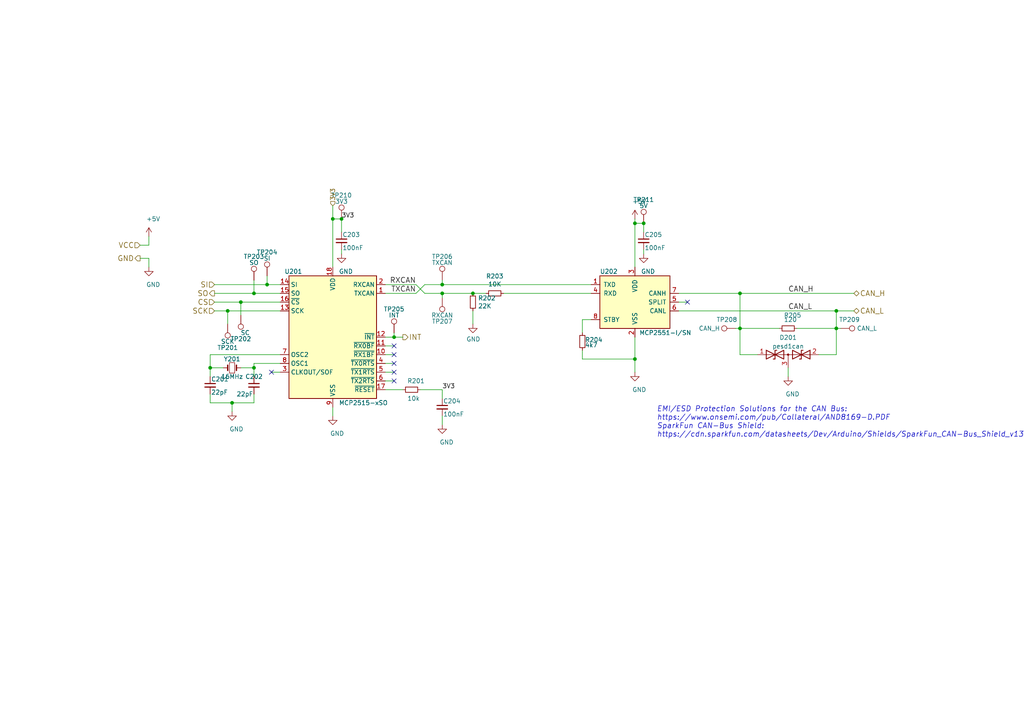
<source format=kicad_sch>
(kicad_sch (version 20211123) (generator eeschema)
  (paper "A4")
  (lib_symbols
    (symbol "Connector:TestPoint" (pin_numbers hide) (pin_names (offset 0.762) hide)
      (property "Reference" "TP" (at 0 6.858 0))
      (property "Value" "TestPoint" (at 0 5.08 0))
      (symbol "TestPoint_0_1"
        (circle (center 0 3.302) (radius 0.762))
      )
      (symbol "TestPoint_1_1"
        (pin passive line (at 0 0 90) (length 2.54) (name "1") (number "1"))
      )
    )
    (symbol "Device:C_Small" (pin_numbers hide) (pin_names (offset 0.254) hide)
      (property "Reference" "C" (at 0.254 1.778 0))
      (property "Value" "C_Small" (at 0.254 -2.032 0))
      (symbol "C_Small_0_1"
        (polyline (pts (xy -1.524 -0.508) (xy 1.524 -0.508)) (stroke (width 0.3302)))
        (polyline (pts (xy -1.524 0.508) (xy 1.524 0.508)) (stroke (width 0.3048)))
      )
      (symbol "C_Small_1_1"
        (pin passive line (at 0 2.54 270) (length 2.032) (name "~") (number "1"))
        (pin passive line (at 0 -2.54 90) (length 2.032) (name "~") (number "2"))
      )
    )
    (symbol "Device:Crystal_Small" (pin_numbers hide) (pin_names (offset 1.016) hide)
      (property "Reference" "Y" (at 0 2.54 0))
      (property "Value" "Crystal_Small" (at 0 -2.54 0))
      (symbol "Crystal_Small_0_1"
        (rectangle (start -0.762 -1.524) (end 0.762 1.524))
        (polyline (pts (xy -1.27 -0.762) (xy -1.27 0.762)) (stroke (width 0.381)))
        (polyline (pts (xy 1.27 -0.762) (xy 1.27 0.762)) (stroke (width 0.381)))
      )
      (symbol "Crystal_Small_1_1"
        (pin passive line (at -2.54 0 0) (length 1.27) (name "1") (number "1"))
        (pin passive line (at 2.54 0 180) (length 1.27) (name "2") (number "2"))
      )
    )
    (symbol "Device:D_TVS_Dual_AAC" (pin_names (offset 1.016) hide)
      (property "Reference" "D" (at 0 4.445 0))
      (property "Value" "D_TVS_Dual_AAC" (at 0 2.54 0))
      (symbol "D_TVS_Dual_AAC_0_0"
        (polyline (pts (xy 0 -1.27) (xy 0 0)))
      )
      (symbol "D_TVS_Dual_AAC_0_1"
        (polyline (pts (xy -6.35 0) (xy 6.35 0)))
        (polyline (pts (xy -3.302 1.27) (xy -3.81 1.27) (xy -3.81 -1.27) (xy -4.318 -1.27)) (stroke (width 0.254)))
        (polyline (pts (xy 4.318 1.27) (xy 3.81 1.27) (xy 3.81 -1.27) (xy 3.302 -1.27)) (stroke (width 0.254)))
        (polyline (pts (xy -6.35 1.27) (xy -1.27 -1.27) (xy -1.27 1.27) (xy -6.35 -1.27) (xy -6.35 1.27)) (stroke (width 0.254)))
        (polyline (pts (xy 6.35 1.27) (xy 1.27 -1.27) (xy 1.27 1.27) (xy 6.35 -1.27) (xy 6.35 1.27)) (stroke (width 0.254)))
        (circle (center 0 0) (radius 0.254) (fill (type outline)))
      )
      (symbol "D_TVS_Dual_AAC_1_1"
        (pin passive line (at -8.89 0 0) (length 2.54) (name "A1") (number "1"))
        (pin passive line (at 8.89 0 180) (length 2.54) (name "A2") (number "2"))
        (pin input line (at 0 -3.81 90) (length 2.54) (name "common") (number "3"))
      )
    )
    (symbol "Device:R_Small" (pin_numbers hide) (pin_names (offset 0.254) hide)
      (property "Reference" "R" (at 0.762 0.508 0))
      (property "Value" "R_Small" (at 0.762 -1.016 0))
      (symbol "R_Small_0_1"
        (rectangle (start -0.762 1.778) (end 0.762 -1.778) (stroke (width 0.2032)))
      )
      (symbol "R_Small_1_1"
        (pin passive line (at 0 2.54 270) (length 0.762) (name "~") (number "1"))
        (pin passive line (at 0 -2.54 90) (length 0.762) (name "~") (number "2"))
      )
    )
    (symbol "Interface_CAN_LIN:MCP2561-E-SN" (pin_names (offset 1.016))
      (property "Reference" "U" (at -10.16 8.89 0))
      (property "Value" "MCP2561-E-SN" (at 2.54 8.89 0))
      (symbol "MCP2561-E-SN_0_1"
        (rectangle (start -10.16 7.62) (end 10.16 -7.62) (stroke (width 0.254)) (fill (type background)))
      )
      (symbol "MCP2561-E-SN_1_1"
        (pin input line (at -12.7 5.08 0) (length 2.54) (name "TXD") (number "1"))
        (pin power_in line (at 0 -10.16 90) (length 2.54) (name "VSS") (number "2"))
        (pin power_in line (at 0 10.16 270) (length 2.54) (name "VDD") (number "3"))
        (pin output line (at -12.7 2.54 0) (length 2.54) (name "RXD") (number "4"))
        (pin passive line (at 12.7 0 180) (length 2.54) (name "SPLIT") (number "5"))
        (pin bidirectional line (at 12.7 -2.54 180) (length 2.54) (name "CANL") (number "6"))
        (pin bidirectional line (at 12.7 2.54 180) (length 2.54) (name "CANH") (number "7"))
        (pin input line (at -12.7 -5.08 0) (length 2.54) (name "STBY") (number "8"))
      )
    )
    (symbol "basicsensormodule-rescue:MCP2515-xSO-Interface_CAN_LIN"
      (property "Reference" "U" (at -10.16 19.685 0))
      (property "Value" "MCP2515-xSO-Interface_CAN_LIN" (at 19.05 20.32 0))
      (symbol "MCP2515-xSO-Interface_CAN_LIN_0_1"
        (rectangle (start -12.7 17.78) (end 12.7 -17.78) (stroke (width 0.254)) (fill (type background)))
      )
      (symbol "MCP2515-xSO-Interface_CAN_LIN_1_1"
        (pin output line (at 15.24 12.7 180) (length 2.54) (name "TXCAN") (number "1"))
        (pin output line (at 15.24 -5.08 180) (length 2.54) (name "~{RX1BF}") (number "10"))
        (pin output line (at 15.24 -2.54 180) (length 2.54) (name "~{RX0BF}") (number "11"))
        (pin output line (at 15.24 0 180) (length 2.54) (name "~{INT}") (number "12"))
        (pin input line (at -15.24 7.62 0) (length 2.54) (name "SCK") (number "13"))
        (pin input line (at -15.24 15.24 0) (length 2.54) (name "SI") (number "14"))
        (pin output line (at -15.24 12.7 0) (length 2.54) (name "SO") (number "15"))
        (pin input line (at -15.24 10.16 0) (length 2.54) (name "~{CS}") (number "16"))
        (pin input line (at 15.24 -15.24 180) (length 2.54) (name "~{RESET}") (number "17"))
        (pin power_in line (at 0 20.32 270) (length 2.54) (name "VDD") (number "18"))
        (pin input line (at 15.24 15.24 180) (length 2.54) (name "RXCAN") (number "2"))
        (pin output line (at -15.24 -10.16 0) (length 2.54) (name "CLKOUT/SOF") (number "3"))
        (pin input line (at 15.24 -7.62 180) (length 2.54) (name "~{TX0RTS}") (number "4"))
        (pin input line (at 15.24 -10.16 180) (length 2.54) (name "~{TX1RTS}") (number "5"))
        (pin input line (at 15.24 -12.7 180) (length 2.54) (name "~{TX2RTS}") (number "6"))
        (pin output line (at -15.24 -5.08 0) (length 2.54) (name "OSC2") (number "7"))
        (pin input line (at -15.24 -7.62 0) (length 2.54) (name "OSC1") (number "8"))
        (pin power_in line (at 0 -20.32 90) (length 2.54) (name "VSS") (number "9"))
      )
    )
    (symbol "power:+5V" (power) (pin_names (offset 0))
      (property "Value" "+5V" (at 0 3.556 0))
      (symbol "+5V_0_1"
        (polyline (pts (xy -0.762 1.27) (xy 0 2.54)))
        (polyline (pts (xy 0 0) (xy 0 2.54)))
        (polyline (pts (xy 0 2.54) (xy 0.762 1.27)))
      )
      (symbol "+5V_1_1"
        (pin power_in line (at 0 0 90) (length 0) hide (name "+5V") (number "1"))
      )
    )
    (symbol "power:GND" (power) (pin_names (offset 0))
      (property "Value" "GND" (at 0 -3.81 0))
      (symbol "GND_0_1"
        (polyline (pts (xy 0 0) (xy 0 -1.27) (xy 1.27 -1.27) (xy 0 -2.54) (xy -1.27 -1.27) (xy 0 -1.27)))
      )
      (symbol "GND_1_1"
        (pin power_in line (at 0 0 270) (length 0) hide (name "GND") (number "1"))
      )
    )
  )
  (junction (at 60.96 106.68))
  (junction (at 114.3 97.79))
  (junction (at 214.63 95.25))
  (junction (at 214.63 85.09))
  (junction (at 242.57 95.25))
  (junction (at 128.27 82.55))
  (junction (at 242.57 90.17))
  (junction (at 77.47 82.55))
  (junction (at 186.69 64.77))
  (junction (at 66.04 90.17))
  (junction (at 184.15 104.14))
  (junction (at 99.06 63.5))
  (junction (at 137.16 85.09))
  (junction (at 69.85 87.63))
  (junction (at 128.27 85.09))
  (junction (at 73.66 106.68))
  (junction (at 96.52 63.5))
  (junction (at 67.31 116.84))
  (junction (at 184.15 64.77))
  (junction (at 73.66 85.09))
  (no_connect (at 114.3 110.49))
  (no_connect (at 114.3 107.95))
  (no_connect (at 114.3 100.33))
  (no_connect (at 114.3 105.41))
  (no_connect (at 199.39 87.63))
  (no_connect (at 78.74 107.95))
  (no_connect (at 114.3 102.87))
  (wire (pts (xy 242.57 90.17) (xy 247.65 90.17)))
  (wire (pts (xy 99.06 67.31) (xy 99.06 63.5)))
  (wire (pts (xy 214.63 85.09) (xy 247.65 85.09)))
  (wire (pts (xy 77.47 82.55) (xy 81.28 82.55)))
  (wire (pts (xy 168.91 96.52) (xy 168.91 92.71)))
  (wire (pts (xy 114.3 97.79) (xy 116.84 97.79)))
  (wire (pts (xy 242.57 90.17) (xy 242.57 95.25)))
  (wire (pts (xy 146.05 85.09) (xy 171.45 85.09)))
  (wire (pts (xy 111.76 97.79) (xy 114.3 97.79)))
  (wire (pts (xy 228.6 106.68) (xy 228.6 109.22)))
  (wire (pts (xy 62.23 90.17) (xy 66.04 90.17)))
  (wire (pts (xy 73.66 85.09) (xy 73.66 81.28)))
  (wire (pts (xy 186.69 67.31) (xy 186.69 64.77)))
  (wire (pts (xy 114.3 100.33) (xy 111.76 100.33)))
  (wire (pts (xy 69.85 87.63) (xy 81.28 87.63)))
  (wire (pts (xy 184.15 104.14) (xy 184.15 107.95)))
  (wire (pts (xy 60.96 102.87) (xy 60.96 106.68)))
  (wire (pts (xy 60.96 116.84) (xy 60.96 114.3)))
  (wire (pts (xy 168.91 101.6) (xy 168.91 104.14)))
  (wire (pts (xy 242.57 95.25) (xy 243.84 95.25)))
  (wire (pts (xy 120.65 82.55) (xy 123.19 85.09)))
  (wire (pts (xy 184.15 97.79) (xy 184.15 104.14)))
  (wire (pts (xy 73.66 106.68) (xy 69.85 106.68)))
  (wire (pts (xy 214.63 85.09) (xy 214.63 95.25)))
  (wire (pts (xy 43.18 68.58) (xy 43.18 71.12)))
  (wire (pts (xy 128.27 120.65) (xy 128.27 123.19)))
  (wire (pts (xy 111.76 85.09) (xy 120.65 85.09)))
  (wire (pts (xy 40.64 74.93) (xy 43.18 74.93)))
  (wire (pts (xy 137.16 90.17) (xy 137.16 93.98)))
  (wire (pts (xy 111.76 82.55) (xy 120.65 82.55)))
  (wire (pts (xy 62.23 82.55) (xy 77.47 82.55)))
  (wire (pts (xy 196.85 90.17) (xy 242.57 90.17)))
  (wire (pts (xy 67.31 116.84) (xy 73.66 116.84)))
  (wire (pts (xy 111.76 113.03) (xy 116.84 113.03)))
  (wire (pts (xy 67.31 119.38) (xy 67.31 116.84)))
  (wire (pts (xy 184.15 64.77) (xy 186.69 64.77)))
  (wire (pts (xy 114.3 96.52) (xy 114.3 97.79)))
  (wire (pts (xy 128.27 113.03) (xy 128.27 115.57)))
  (wire (pts (xy 43.18 74.93) (xy 43.18 77.47)))
  (wire (pts (xy 196.85 85.09) (xy 214.63 85.09)))
  (wire (pts (xy 60.96 106.68) (xy 60.96 109.22)))
  (wire (pts (xy 219.71 102.87) (xy 214.63 102.87)))
  (wire (pts (xy 128.27 86.36) (xy 128.27 85.09)))
  (wire (pts (xy 214.63 95.25) (xy 226.06 95.25)))
  (wire (pts (xy 78.74 107.95) (xy 81.28 107.95)))
  (wire (pts (xy 168.91 92.71) (xy 171.45 92.71)))
  (wire (pts (xy 114.3 107.95) (xy 111.76 107.95)))
  (wire (pts (xy 73.66 105.41) (xy 73.66 106.68)))
  (wire (pts (xy 99.06 72.39) (xy 99.06 73.66)))
  (wire (pts (xy 120.65 85.09) (xy 123.19 82.55)))
  (wire (pts (xy 73.66 116.84) (xy 73.66 114.3)))
  (wire (pts (xy 128.27 113.03) (xy 121.92 113.03)))
  (wire (pts (xy 69.85 91.44) (xy 69.85 87.63)))
  (wire (pts (xy 137.16 85.09) (xy 140.97 85.09)))
  (wire (pts (xy 114.3 102.87) (xy 111.76 102.87)))
  (wire (pts (xy 168.91 104.14) (xy 184.15 104.14)))
  (wire (pts (xy 96.52 120.65) (xy 96.52 118.11)))
  (wire (pts (xy 64.77 106.68) (xy 60.96 106.68)))
  (wire (pts (xy 60.96 116.84) (xy 67.31 116.84)))
  (wire (pts (xy 213.36 95.25) (xy 214.63 95.25)))
  (wire (pts (xy 66.04 90.17) (xy 81.28 90.17)))
  (wire (pts (xy 62.23 85.09) (xy 73.66 85.09)))
  (wire (pts (xy 184.15 64.77) (xy 184.15 77.47)))
  (wire (pts (xy 242.57 102.87) (xy 242.57 95.25)))
  (wire (pts (xy 99.06 63.5) (xy 96.52 63.5)))
  (wire (pts (xy 73.66 105.41) (xy 81.28 105.41)))
  (wire (pts (xy 128.27 81.28) (xy 128.27 82.55)))
  (wire (pts (xy 199.39 87.63) (xy 196.85 87.63)))
  (wire (pts (xy 186.69 72.39) (xy 186.69 73.66)))
  (wire (pts (xy 96.52 59.69) (xy 96.52 63.5)))
  (wire (pts (xy 214.63 102.87) (xy 214.63 95.25)))
  (wire (pts (xy 73.66 85.09) (xy 81.28 85.09)))
  (wire (pts (xy 123.19 85.09) (xy 128.27 85.09)))
  (wire (pts (xy 114.3 110.49) (xy 111.76 110.49)))
  (wire (pts (xy 114.3 105.41) (xy 111.76 105.41)))
  (wire (pts (xy 128.27 85.09) (xy 137.16 85.09)))
  (wire (pts (xy 184.15 63.5) (xy 184.15 64.77)))
  (wire (pts (xy 60.96 102.87) (xy 81.28 102.87)))
  (wire (pts (xy 77.47 80.01) (xy 77.47 82.55)))
  (wire (pts (xy 128.27 82.55) (xy 171.45 82.55)))
  (wire (pts (xy 73.66 106.68) (xy 73.66 109.22)))
  (wire (pts (xy 66.04 93.98) (xy 66.04 90.17)))
  (wire (pts (xy 237.49 102.87) (xy 242.57 102.87)))
  (wire (pts (xy 62.23 87.63) (xy 69.85 87.63)))
  (wire (pts (xy 231.14 95.25) (xy 242.57 95.25)))
  (wire (pts (xy 43.18 71.12) (xy 40.64 71.12)))
  (wire (pts (xy 96.52 63.5) (xy 96.52 77.47)))
  (wire (pts (xy 123.19 82.55) (xy 128.27 82.55)))
  (text "EMI/ESD Protection Solutions for the CAN Bus: \nhttps://www.onsemi.com/pub/Collateral/AND8169-D.PDF\nSparkFun CAN-Bus Shield:\nhttps://cdn.sparkfun.com/datasheets/Dev/Arduino/Shields/SparkFun_CAN-Bus_Shield_v13a.pdf" (at 190.5 127 0) (effects (font (size 1.524 1.524) italic) (justify left bottom)))
  (label "3V3" (at 99.06 63.5 0))
  (label "CAN_L" (at 228.6 90.17 0) (effects (font (size 1.524 1.524))))
  (label "CAN_H" (at 228.6 85.09 0) (effects (font (size 1.524 1.524))))
  (label "3V3" (at 128.27 113.03 0))
  (label "TXCAN" (at 120.65 85.09 180) (effects (font (size 1.524 1.524))))
  (label "RXCAN" (at 120.65 82.55 180) (effects (font (size 1.524 1.524))))
  (hierarchical_label "CAN_L" (shape bidirectional) (at 247.65 90.17 0) (effects (font (size 1.524 1.524))))
  (hierarchical_label "SI" (shape input) (at 62.23 82.55 180) (effects (font (size 1.524 1.524))))
  (hierarchical_label "CS" (shape input) (at 62.23 87.63 180) (effects (font (size 1.524 1.524))))
  (hierarchical_label "GND" (shape output) (at 40.64 74.93 180) (effects (font (size 1.524 1.524))))
  (hierarchical_label "VCC" (shape input) (at 40.64 71.12 180) (effects (font (size 1.524 1.524))))
  (hierarchical_label "SO" (shape output) (at 62.23 85.09 180) (effects (font (size 1.524 1.524))))
  (hierarchical_label "INT" (shape output) (at 116.84 97.79 0) (effects (font (size 1.524 1.524))))
  (hierarchical_label "3V3" (shape input) (at 96.52 59.69 90))
  (hierarchical_label "CAN_H" (shape bidirectional) (at 247.65 85.09 0) (effects (font (size 1.524 1.524))))
  (hierarchical_label "SCK" (shape input) (at 62.23 90.17 180) (effects (font (size 1.524 1.524))))
  (symbol (lib_id "Connector:TestPoint") (at 66.04 93.98 180) (unit 1)
    (property "Reference" "TP201" (at 66.04 100.838 0))
    (property "Value" "SCK" (at 66.04 99.06 0))
    (property "Footprint" "TestPoint:TestPoint_Pad_2.0x2.0mm" (effects hide))
  )
  (symbol (lib_id "Device:R_Small") (at 228.6 95.25 270) (unit 1)
    (property "Reference" "R205" (at 227.33 91.44 90) (effects (justify left)))
    (property "Value" "120" (at 227.33 92.71 90) (effects (justify left)))
    (property "Footprint" "Resistor_SMD:R_0805_2012Metric_Pad1.20x1.40mm_HandSolder" (effects hide))
  )
  (symbol (lib_id "Connector:TestPoint") (at 128.27 86.36 180) (unit 1)
    (property "Reference" "TP207" (at 128.27 93.218 0))
    (property "Value" "RXCAN" (at 128.27 91.44 0))
    (property "Footprint" "TestPoint:TestPoint_Pad_2.0x2.0mm" (effects hide))
  )
  (symbol (lib_id "Device:Crystal_Small") (at 67.31 106.68 0) (unit 1)
    (property "Reference" "Y201" (at 67.31 104.14 0))
    (property "Value" "16MHz" (at 67.31 109.22 0))
    (property "Footprint" "Crystal:Crystal_HC49-U_Vertical" (effects hide))
    (property "Datasheet" "http://www.farnell.com/datasheets/321153.pdf" (effects hide))
  )
  (symbol (lib_id "Device:C_Small") (at 186.69 69.85 0) (unit 1)
    (property "Reference" "C205" (at 186.944 68.072 0) (effects (justify left)))
    (property "Value" "100nF" (at 186.944 71.882 0) (effects (justify left)))
    (property "Footprint" "Capacitor_SMD:C_0603_1608Metric_Pad1.08x0.95mm_HandSolder" (effects hide))
  )
  (symbol (lib_id "power:GND") (at 137.16 93.98 0) (unit 1)
    (property "Reference" "#PWR0207" (effects hide))
    (property "Value" "GND" (at 137.287 98.3742 0))
  )
  (symbol (lib_id "Connector:TestPoint") (at 186.69 64.77 0) (unit 1)
    (property "Reference" "TP211" (at 186.69 57.912 0))
    (property "Value" "5V" (at 186.69 59.69 0))
    (property "Footprint" "TestPoint:TestPoint_Pad_2.0x2.0mm" (effects hide))
  )
  (symbol (lib_id "power:GND") (at 67.31 119.38 0) (unit 1)
    (property "Reference" "#PWR0203" (effects hide))
    (property "Value" "GND" (at 68.58 124.46 0))
  )
  (symbol (lib_id "Device:C_Small") (at 73.66 111.76 0) (unit 1)
    (property "Reference" "C202" (at 71.12 109.22 0) (effects (justify left)))
    (property "Value" "22pF" (at 68.58 114.3 0) (effects (justify left)))
    (property "Footprint" "Capacitor_SMD:C_0603_1608Metric_Pad1.08x0.95mm_HandSolder" (effects hide))
  )
  (symbol (lib_id "Connector:TestPoint") (at 73.66 81.28 0) (unit 1)
    (property "Reference" "TP203" (at 73.66 74.422 0))
    (property "Value" "SO" (at 73.66 76.2 0))
    (property "Footprint" "TestPoint:TestPoint_Pad_2.0x2.0mm" (effects hide))
  )
  (symbol (lib_id "power:GND") (at 99.06 73.66 0) (unit 1)
    (property "Reference" "#PWR0205" (effects hide))
    (property "Value" "GND" (at 100.33 78.74 0))
  )
  (symbol (lib_id "Device:R_Small") (at 168.91 99.06 0) (unit 1)
    (property "Reference" "R204" (at 169.672 98.552 0) (effects (justify left)))
    (property "Value" "4k7" (at 169.672 100.076 0) (effects (justify left)))
    (property "Footprint" "Resistor_SMD:R_0805_2012Metric_Pad1.20x1.40mm_HandSolder" (effects hide))
  )
  (symbol (lib_id "power:GND") (at 228.6 109.22 0) (unit 1)
    (property "Reference" "#PWR0211" (effects hide))
    (property "Value" "GND" (at 229.87 114.3 0))
  )
  (symbol (lib_id "power:GND") (at 186.69 73.66 0) (unit 1)
    (property "Reference" "#PWR0210" (effects hide))
    (property "Value" "GND" (at 187.96 78.74 0))
  )
  (symbol (lib_id "Device:R_Small") (at 137.16 87.63 180) (unit 1)
    (property "Reference" "R202" (at 138.6586 86.4616 0) (effects (justify right)))
    (property "Value" "22K" (at 138.6586 88.773 0) (effects (justify right)))
    (property "Footprint" "Resistor_SMD:R_0603_1608Metric_Pad0.98x0.95mm_HandSolder" (effects hide))
  )
  (symbol (lib_id "Connector:TestPoint") (at 243.84 95.25 270) (unit 1)
    (property "Reference" "TP209" (at 246.38 92.71 90))
    (property "Value" "CAN_L" (at 251.46 95.25 90))
    (property "Footprint" "TestPoint:TestPoint_Pad_2.0x2.0mm" (effects hide))
  )
  (symbol (lib_id "Device:R_Small") (at 119.38 113.03 270) (unit 1)
    (property "Reference" "R201" (at 118.11 110.49 90) (effects (justify left)))
    (property "Value" "10k" (at 118.11 115.57 90) (effects (justify left)))
    (property "Footprint" "Resistor_SMD:R_0603_1608Metric_Pad0.98x0.95mm_HandSolder" (effects hide))
  )
  (symbol (lib_id "basicsensormodule-rescue:MCP2515-xSO-Interface_CAN_LIN") (at 96.52 97.79 0) (unit 1)
    (property "Reference" "U201" (at 85.09 78.74 0))
    (property "Value" "MCP2515-xSO" (at 105.41 116.84 0))
    (property "Footprint" "Package_SO:SOIC-18W_7.5x11.6mm_P1.27mm" (effects hide))
    (property "Datasheet" "http://ww1.microchip.com/downloads/en/DeviceDoc/21801e.pdf" (effects hide))
  )
  (symbol (lib_id "Connector:TestPoint") (at 77.47 80.01 0) (unit 1)
    (property "Reference" "TP204" (at 77.47 73.152 0))
    (property "Value" "SI" (at 77.47 74.93 0))
    (property "Footprint" "TestPoint:TestPoint_Pad_2.0x2.0mm" (effects hide))
  )
  (symbol (lib_id "Device:C_Small") (at 128.27 118.11 0) (unit 1)
    (property "Reference" "C204" (at 128.524 116.332 0) (effects (justify left)))
    (property "Value" "100nF" (at 128.524 120.142 0) (effects (justify left)))
    (property "Footprint" "Capacitor_SMD:C_0603_1608Metric_Pad1.08x0.95mm_HandSolder" (effects hide))
  )
  (symbol (lib_id "power:GND") (at 128.27 123.19 0) (unit 1)
    (property "Reference" "#PWR0206" (effects hide))
    (property "Value" "GND" (at 129.54 128.27 0))
  )
  (symbol (lib_id "Connector:TestPoint") (at 114.3 96.52 0) (unit 1)
    (property "Reference" "TP205" (at 114.3 89.662 0))
    (property "Value" "INT" (at 114.3 91.44 0))
    (property "Footprint" "TestPoint:TestPoint_Pad_2.0x2.0mm" (effects hide))
  )
  (symbol (lib_id "Connector:TestPoint") (at 99.06 63.5 0) (unit 1)
    (property "Reference" "TP210" (at 99.06 56.642 0))
    (property "Value" "3V3" (at 99.06 58.42 0))
    (property "Footprint" "TestPoint:TestPoint_Pad_2.0x2.0mm" (effects hide))
  )
  (symbol (lib_id "Connector:TestPoint") (at 213.36 95.25 90) (mirror x) (unit 1)
    (property "Reference" "TP208" (at 210.82 92.71 90))
    (property "Value" "CAN_H" (at 205.74 95.25 90))
    (property "Footprint" "TestPoint:TestPoint_Pad_2.0x2.0mm" (effects hide))
  )
  (symbol (lib_id "Interface_CAN_LIN:MCP2561-E-SN") (at 184.15 87.63 0) (unit 1)
    (property "Reference" "U202" (at 173.99 78.74 0) (effects (justify left)))
    (property "Value" "MCP2551-I/SN" (at 185.42 96.52 0) (effects (justify left)))
    (property "Footprint" "Package_SO:SOIC-8_3.9x4.9mm_P1.27mm" (effects hide))
  )
  (symbol (lib_id "Connector:TestPoint") (at 69.85 91.44 180) (unit 1)
    (property "Reference" "TP202" (at 69.85 98.298 0))
    (property "Value" "SC" (at 71.12 96.52 0))
    (property "Footprint" "TestPoint:TestPoint_Pad_2.0x2.0mm" (effects hide))
  )
  (symbol (lib_id "Device:D_TVS_Dual_AAC") (at 228.6 102.87 0) (unit 1)
    (property "Reference" "D201" (at 228.6 97.9002 0))
    (property "Value" "pesd1can" (at 228.6 100.4371 0))
    (property "Footprint" "Package_TO_SOT_SMD:SOT-23" (effects hide))
  )
  (symbol (lib_id "power:+5V") (at 184.15 63.5 0) (unit 1)
    (property "Reference" "#PWR0208" (effects hide))
    (property "Value" "+5V" (at 185.42 58.42 0))
  )
  (symbol (lib_id "power:GND") (at 43.18 77.47 0) (unit 1)
    (property "Reference" "#PWR0202" (effects hide))
    (property "Value" "GND" (at 44.45 82.55 0))
  )
  (symbol (lib_id "power:+5V") (at 43.18 68.58 0) (unit 1)
    (property "Reference" "#PWR0201" (effects hide))
    (property "Value" "+5V" (at 44.45 63.5 0))
  )
  (symbol (lib_id "Device:R_Small") (at 143.51 85.09 270) (unit 1)
    (property "Reference" "R203" (at 143.51 80.1116 90))
    (property "Value" "10K" (at 143.51 82.423 90))
    (property "Footprint" "Resistor_SMD:R_0603_1608Metric_Pad0.98x0.95mm_HandSolder" (effects hide))
  )
  (symbol (lib_id "power:GND") (at 184.15 107.95 0) (unit 1)
    (property "Reference" "#PWR0209" (effects hide))
    (property "Value" "GND" (at 185.42 113.03 0))
  )
  (symbol (lib_id "Device:C_Small") (at 60.96 111.76 0) (unit 1)
    (property "Reference" "C201" (at 61.214 109.982 0) (effects (justify left)))
    (property "Value" "22pF" (at 61.214 113.792 0) (effects (justify left)))
    (property "Footprint" "Capacitor_SMD:C_0603_1608Metric_Pad1.08x0.95mm_HandSolder" (effects hide))
  )
  (symbol (lib_id "power:GND") (at 96.52 120.65 0) (unit 1)
    (property "Reference" "#PWR0204" (effects hide))
    (property "Value" "GND" (at 97.79 125.73 0))
  )
  (symbol (lib_id "Connector:TestPoint") (at 128.27 81.28 0) (unit 1)
    (property "Reference" "TP206" (at 128.27 74.422 0))
    (property "Value" "TXCAN" (at 128.27 76.2 0))
    (property "Footprint" "TestPoint:TestPoint_Pad_2.0x2.0mm" (effects hide))
  )
  (symbol (lib_id "Device:C_Small") (at 99.06 69.85 0) (unit 1)
    (property "Reference" "C203" (at 99.314 68.072 0) (effects (justify left)))
    (property "Value" "100nF" (at 99.314 71.882 0) (effects (justify left)))
    (property "Footprint" "Capacitor_SMD:C_0603_1608Metric_Pad1.08x0.95mm_HandSolder" (effects hide))
  )
)
</source>
